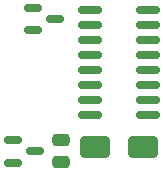
<source format=gbr>
%TF.GenerationSoftware,KiCad,Pcbnew,8.0.4*%
%TF.CreationDate,2025-01-11T15:27:39+03:00*%
%TF.ProjectId,IoT Project,496f5420-5072-46f6-9a65-63742e6b6963,rev?*%
%TF.SameCoordinates,Original*%
%TF.FileFunction,Paste,Bot*%
%TF.FilePolarity,Positive*%
%FSLAX46Y46*%
G04 Gerber Fmt 4.6, Leading zero omitted, Abs format (unit mm)*
G04 Created by KiCad (PCBNEW 8.0.4) date 2025-01-11 15:27:39*
%MOMM*%
%LPD*%
G01*
G04 APERTURE LIST*
G04 Aperture macros list*
%AMRoundRect*
0 Rectangle with rounded corners*
0 $1 Rounding radius*
0 $2 $3 $4 $5 $6 $7 $8 $9 X,Y pos of 4 corners*
0 Add a 4 corners polygon primitive as box body*
4,1,4,$2,$3,$4,$5,$6,$7,$8,$9,$2,$3,0*
0 Add four circle primitives for the rounded corners*
1,1,$1+$1,$2,$3*
1,1,$1+$1,$4,$5*
1,1,$1+$1,$6,$7*
1,1,$1+$1,$8,$9*
0 Add four rect primitives between the rounded corners*
20,1,$1+$1,$2,$3,$4,$5,0*
20,1,$1+$1,$4,$5,$6,$7,0*
20,1,$1+$1,$6,$7,$8,$9,0*
20,1,$1+$1,$8,$9,$2,$3,0*%
G04 Aperture macros list end*
%ADD10RoundRect,0.150000X0.825000X0.150000X-0.825000X0.150000X-0.825000X-0.150000X0.825000X-0.150000X0*%
%ADD11RoundRect,0.250000X-0.475000X0.250000X-0.475000X-0.250000X0.475000X-0.250000X0.475000X0.250000X0*%
%ADD12RoundRect,0.150000X-0.587500X-0.150000X0.587500X-0.150000X0.587500X0.150000X-0.587500X0.150000X0*%
%ADD13RoundRect,0.250000X-1.000000X-0.650000X1.000000X-0.650000X1.000000X0.650000X-1.000000X0.650000X0*%
G04 APERTURE END LIST*
D10*
%TO.C,U2*%
X144475000Y-65400000D03*
X144475000Y-66670000D03*
X144475000Y-67940000D03*
X144475000Y-69210000D03*
X144475000Y-70480000D03*
X144475000Y-71750000D03*
X144475000Y-73020000D03*
X144475000Y-74290000D03*
X139525000Y-74290000D03*
X139525000Y-73020000D03*
X139525000Y-71750000D03*
X139525000Y-70480000D03*
X139525000Y-69210000D03*
X139525000Y-67940000D03*
X139525000Y-66670000D03*
X139525000Y-65400000D03*
%TD*%
D11*
%TO.C,C3*%
X137100000Y-76400000D03*
X137100000Y-78300000D03*
%TD*%
D12*
%TO.C,Q1*%
X134725000Y-67150000D03*
X134725000Y-65250000D03*
X136600000Y-66200000D03*
%TD*%
%TO.C,Q2*%
X133000000Y-78350000D03*
X133000000Y-76450000D03*
X134875000Y-77400000D03*
%TD*%
D13*
%TO.C,D2*%
X140000000Y-77000000D03*
X144000000Y-77000000D03*
%TD*%
M02*

</source>
